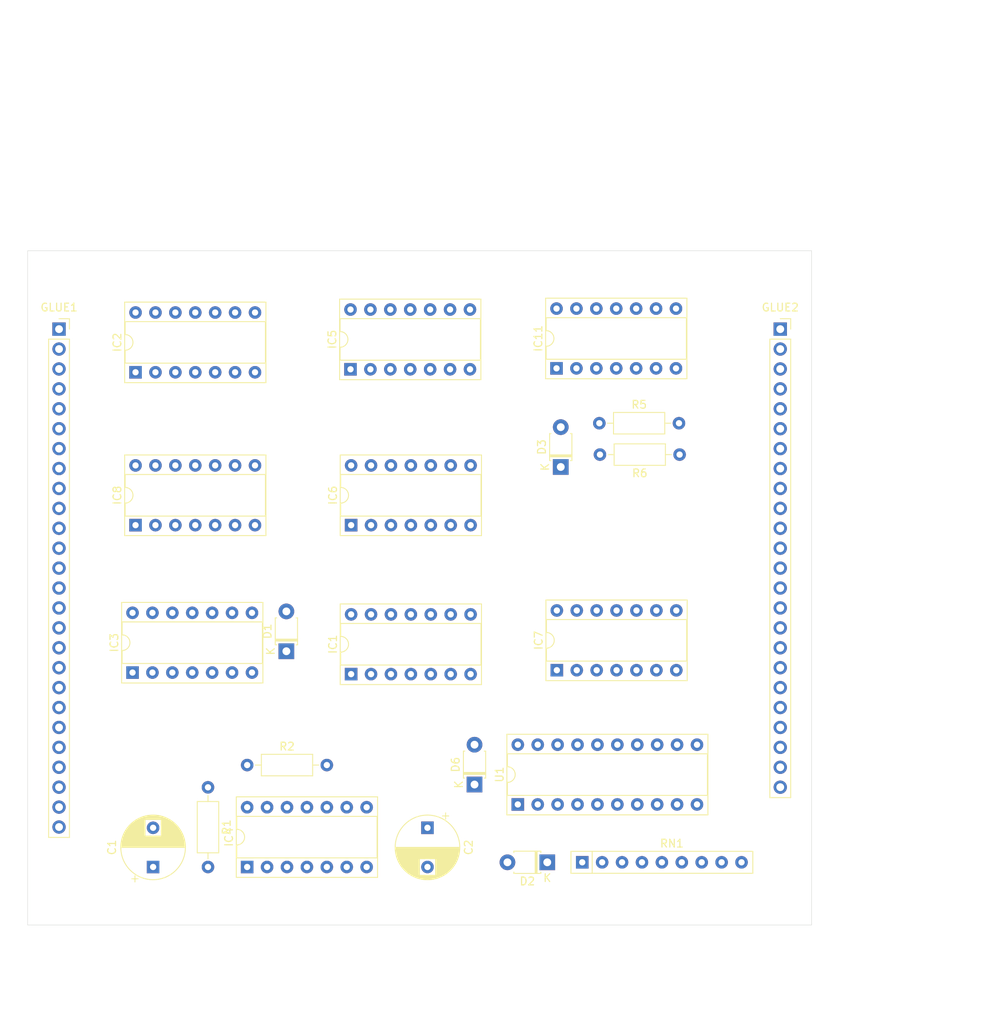
<source format=kicad_pcb>
(kicad_pcb (version 20221018) (generator pcbnew)
  (layers (0 "F.Cu" signal) (31 "B.Cu" signal) (34 "B.Paste" user) (35 "F.Paste" user) (36 "B.SilkS" user "B.Silkscreen") (37 "F.SilkS" user "F.Silkscreen") (38 "B.Mask" user) (39 "F.Mask" user) (44 "Edge.Cuts" user))
  (net 0 "")
  (net 1 "Net-(C1-Pad1)")
  (net 2 "GND")
  (net 3 "/ESP_WAIT_RESET")
  (net 4 "Net-(D1-K)")
  (net 5 "/Z80_CONTROL.WAIT")
  (net 6 "Net-(D6-K)")
  (net 7 "+5V")
  (net 8 "/Z80_CONTROL.BUSRQ")
  (net 9 "/GLUE_ZXspectrum/Z80 BUS CONTROL/Z80_ADD_CONNECT")
  (net 10 "/GLUE_ZXspectrum/Z80 BUS CONTROL/Z80_DATA_CONNECT")
  (net 11 "/ESP_HARDLOCK")
  (net 12 "/!ESP_HARDLOCK")
  (net 13 "/Z80_HARDLOCK_SET")
  (net 14 "Net-(IC1-Pad4)")
  (net 15 "/Z80_HARDLOCK_RESET")
  (net 16 "Net-(IC1-Pad6)")
  (net 17 "Net-(IC3B-~{S})")
  (net 18 "/WAIT_IO")
  (net 19 "/GLUE_ZXspectrum/Z80 BUS CONTROL/!CACHE_DATASTATUS")
  (net 20 "/CACHE_DATASTATUS")
  (net 21 "Net-(IC1-Pad12)")
  (net 22 "Net-(IC1-Pad13)")
  (net 23 "/GLUE_ZXspectrum/PRE_Z80_HARDLOCK")
  (net 24 "/Z80_CONTROL.IORQ")
  (net 26 "/PERM_Z80_IORQ")
  (net 27 "/IORQ_FILTER_BIT")
  (net 28 "Net-(IC2-Pad13)")
  (net 29 "/Z80_CONTROL.RD")
  (net 30 "/GLUE_ZXspectrum/ESP_IOD_CONFIG")
  (net 31 "/GLUE_ZXspectrum/CLR_Z80_HARDLOCK")
  (net 34 "/Z80_HARDLOCK")
  (net 35 "/!Z80_HARDLOCK")
  (net 39 "/RIO_CONTROL.A16")
  (net 40 "/RIO_CONTROL.CE")
  (net 41 "Net-(IC4-Pad11)")
  (net 42 "/RIO_CONTROL.ROM_RDY")
  (net 43 "/Z80_CONTROL.WR")
  (net 44 "/GLUE_ZXspectrum/RIO CONTROL/Z80_WR+ESP_IOD_CONFIG")
  (net 45 "/CACHE_CONTROL.DATASTATUS+PERM_Z80_IORQ")
  (net 46 "/ESP_CONTROL.ROMCS")
  (net 47 "/Z80_CONTROL.MEMRQ")
  (net 48 "/GLUE_ZXspectrum/RIO CONTROL/ROM_WR_PROTECT+Z80_WR")
  (net 49 "/ESP_ROM_WR_PROTECT")
  (net 50 "/GLUE_ZXspectrum/RIO CONTROL/Z80_RD+ESP_IOD_CONFIG+PERM_Z80_IORQ")
  (net 51 "/ESP_CONTROL.MEMRQ")
  (net 52 "/ESP_CONTROL.IORQ")
  (net 55 "Net-(IC11-Pad9)")
  (net 56 "/Z80_BUS_CONTROL.Z80_ADD_DIR")
  (net 57 "/ESP_CONTROL.BUSRQ")
  (net 58 "/Z80_BUS_CONTROL.Z80_DATA_OE")
  (net 59 "/LOCAL_CONTROL.IORQ")
  (net 60 "/CACHE_CONTROL.A16")
  (net 61 "/LOCAL_CONTROL.WR")
  (net 62 "/CACHE_CONTROL.WE")
  (net 63 "/CACHE_CONTROL.OE")
  (net 64 "/LOCAL_CONTROL.RD")
  (net 65 "/CACHE_CONTROL.CS")
  (net 66 "/LOCAL_CONTROL.MEMRQ")
  (net 67 "/Z80_BUS_CONTROL.Z80_ADD_OE")
  (net 68 "Net-(IC5-Pad11)")
  (net 69 "Net-(IC11-Pad1)")
  (net 70 "/ESP_CONTROL.WR")
  (net 71 "/Z80_BUS_CONTROL.Z80_DATA_DIR")
  (net 72 "/RIO_CONTROL.OE")
  (net 73 "/RIO_CONTROL.WE")
  (net 74 "/RIO_CONTROL.A15")
  (net 75 "/RIO_CONTROL.A14")
  (net 80 "/Z80_A15")
  (net 81 "/Z80_A14")
  (net 82 "/ESP_ROMSEL_0")
  (net 83 "/ESP_ROMSEL_1")
  (net 84 "Net-(IC11-Pad10)")
  (footprint "Diode_THT:D_T-1_P5.08mm_Horizontal" (layer "F.Cu") (at 172.28 136 180)
    (fp_text reference "D2" (at 2.54 -2.42) (layer "F.SilkS"))
    (fp_text value "1N4148")
    (fp_text user "K" (at 0 -2) (layer "F.SilkS"))
    (pad "1" thru_hole rect (at 0 0 180) (size 2 2) (drill 1) (layers "*.Cu" "*.Mask") (net 8 "/Z80_CONTROL.BUSRQ"))
    (pad "2" thru_hole oval (at 5.08 0 180) (size 2 2) (drill 1) (layers "*.Cu" "*.Mask") (net 9 "/GLUE_ZXspectrum/Z80 BUS CONTROL/Z80_ADD_CONNECT"))
  )
  (footprint "Connector_PinSocket_2.54mm:PinSocket_1x26_P2.54mm_Vertical" (layer "F.Cu") (at 110 68)
    (fp_text reference "GLUE1" (at 0 -2.77) (layer "F.SilkS"))
    (fp_text value "Conn_01x26_Socket")
    (pad "1" thru_hole rect (at 0 0) (size 1.7 1.7) (drill 1) (layers "*.Cu" "*.Mask") (net 7 "+5V"))
    (pad "2" thru_hole oval (at 0 2.54) (size 1.7 1.7) (drill 1) (layers "*.Cu" "*.Mask") (net 29 "/Z80_CONTROL.RD"))
    (pad "3" thru_hole oval (at 0 5.08) (size 1.7 1.7) (drill 1) (layers "*.Cu" "*.Mask") (net 43 "/Z80_CONTROL.WR"))
    (pad "4" thru_hole oval (at 0 7.62) (size 1.7 1.7) (drill 1) (layers "*.Cu" "*.Mask") (net 24 "/Z80_CONTROL.IORQ"))
    (pad "5" thru_hole oval (at 0 10.16) (size 1.7 1.7) (drill 1) (layers "*.Cu" "*.Mask") (net 47 "/Z80_CONTROL.MEMRQ"))
    (pad "6" thru_hole oval (at 0 12.7) (size 1.7 1.7) (drill 1) (layers "*.Cu" "*.Mask") (net 8 "/Z80_CONTROL.BUSRQ"))
    (pad "7" thru_hole oval (at 0 15.24) (size 1.7 1.7) (drill 1) (layers "*.Cu" "*.Mask") (net 5 "/Z80_CONTROL.WAIT"))
    (pad "8" thru_hole oval (at 0 17.78) (size 1.7 1.7) (drill 1) (layers "*.Cu" "*.Mask") (net 64 "/LOCAL_CONTROL.RD"))
    (pad "9" thru_hole oval (at 0 20.32) (size 1.7 1.7) (drill 1) (layers "*.Cu" "*.Mask") (net 61 "/LOCAL_CONTROL.WR"))
    (pad "10" thru_hole oval (at 0 22.86) (size 1.7 1.7) (drill 1) (layers "*.Cu" "*.Mask") (net 59 "/LOCAL_CONTROL.IORQ"))
    (pad "11" thru_hole oval (at 0 25.4) (size 1.7 1.7) (drill 1) (layers "*.Cu" "*.Mask") (net 66 "/LOCAL_CONTROL.MEMRQ"))
    (pad "12" thru_hole oval (at 0 27.94) (size 1.7 1.7) (drill 1) (layers "*.Cu" "*.Mask") (net 70 "/ESP_CONTROL.WR"))
    (pad "13" thru_hole oval (at 0 30.48) (size 1.7 1.7) (drill 1) (layers "*.Cu" "*.Mask") (net 52 "/ESP_CONTROL.IORQ"))
    (pad "14" thru_hole oval (at 0 33.02) (size 1.7 1.7) (drill 1) (layers "*.Cu" "*.Mask") (net 51 "/ESP_CONTROL.MEMRQ"))
    (pad "15" thru_hole oval (at 0 35.56) (size 1.7 1.7) (drill 1) (layers "*.Cu" "*.Mask") (net 57 "/ESP_CONTROL.BUSRQ"))
    (pad "16" thru_hole oval (at 0 38.1) (size 1.7 1.7) (drill 1) (layers "*.Cu" "*.Mask") (net 46 "/ESP_CONTROL.ROMCS"))
    (pad "17" thru_hole oval (at 0 40.64) (size 1.7 1.7) (drill 1) (layers "*.Cu" "*.Mask") (net 49 "/ESP_ROM_WR_PROTECT"))
    (pad "18" thru_hole oval (at 0 43.18) (size 1.7 1.7) (drill 1) (layers "*.Cu" "*.Mask") (net 82 "/ESP_ROMSEL_0"))
    (pad "19" thru_hole oval (at 0 45.72) (size 1.7 1.7) (drill 1) (layers "*.Cu" "*.Mask") (net 83 "/ESP_ROMSEL_1"))
    (pad "20" thru_hole oval (at 0 48.26) (size 1.7 1.7) (drill 1) (layers "*.Cu" "*.Mask") (net 11 "/ESP_HARDLOCK"))
    (pad "21" thru_hole oval (at 0 50.8) (size 1.7 1.7) (drill 1) (layers "*.Cu" "*.Mask") (net 12 "/!ESP_HARDLOCK"))
    (pad "22" thru_hole oval (at 0 53.34) (size 1.7 1.7) (drill 1) (layers "*.Cu" "*.Mask") (net 34 "/Z80_HARDLOCK"))
    (pad "23" thru_hole oval (at 0 55.88) (size 1.7 1.7) (drill 1) (layers "*.Cu" "*.Mask") (net 35 "/!Z80_HARDLOCK"))
    (pad "24" thru_hole oval (at 0 58.42) (size 1.7 1.7) (drill 1) (layers "*.Cu" "*.Mask") (net 26 "/PERM_Z80_IORQ"))
    (pad "25" thru_hole oval (at 0 60.96) (size 1.7 1.7) (drill 1) (layers "*.Cu" "*.Mask"))
    (pad "26" thru_hole oval (at 0 63.5) (size 1.7 1.7) (drill 1) (layers "*.Cu" "*.Mask") (net 2 "GND"))
  )
  (footprint "Resistor_THT:R_Axial_DIN0207_L6.3mm_D2.5mm_P10.16mm_Horizontal" (layer "F.Cu") (at 129 126.4373 -90)
    (fp_text reference "R1" (at 5.08 -2.37 90) (layer "F.SilkS"))
    (fp_text value "22K")
    (pad "1" thru_hole circle (at 0 0 270) (size 1.6 1.6) (drill 0.8) (layers "*.Cu" "*.Mask") (net 7 "+5V"))
    (pad "2" thru_hole oval (at 10.16 0 270) (size 1.6 1.6) (drill 0.8) (layers "*.Cu" "*.Mask") (net 1 "Net-(C1-Pad1)"))
  )
  (footprint "Package_DIP:DIP-14_W7.62mm_Socket" (layer "F.Cu") (at 147.18 73.12 90)
    (fp_text reference "IC5" (at 3.81 -2.33 90) (layer "F.SilkS"))
    (fp_text value "74HC32N")
    (pad "1" thru_hole rect (at 0 0 90) (size 1.6 1.6) (drill 0.8) (layers "*.Cu" "*.Mask") (net 30 "/GLUE_ZXspectrum/ESP_IOD_CONFIG"))
    (pad "2" thru_hole oval (at 0 2.54 90) (size 1.6 1.6) (drill 0.8) (layers "*.Cu" "*.Mask") (net 43 "/Z80_CONTROL.WR"))
    (pad "3" thru_hole oval (at 0 5.08 90) (size 1.6 1.6) (drill 0.8) (layers "*.Cu" "*.Mask") (net 44 "/GLUE_ZXspectrum/RIO CONTROL/Z80_WR+ESP_IOD_CONFIG"))
    (pad "4" thru_hole oval (at 0 7.62 90) (size 1.6 1.6) (drill 0.8) (layers "*.Cu" "*.Mask") (net 70 "/ESP_CONTROL.WR"))
    (pad "5" thru_hole oval (at 0 10.16 90) (size 1.6 1.6) (drill 0.8) (layers "*.Cu" "*.Mask") (net 10 "/GLUE_ZXspectrum/Z80 BUS CONTROL/Z80_DATA_CONNECT"))
    (pad "6" thru_hole oval (at 0 12.7 90) (size 1.6 1.6) (drill 0.8) (layers "*.Cu" "*.Mask") (net 55 "Net-(IC11-Pad9)"))
    (pad "7" thru_hole oval (at 0 15.24 90) (size 1.6 1.6) (drill 0.8) (layers "*.Cu" "*.Mask") (net 2 "GND"))
    (pad "8" thru_hole oval (at 7.62 15.24 90) (size 1.6 1.6) (drill 0.8) (layers "*.Cu" "*.Mask") (net 42 "/RIO_CONTROL.ROM_RDY"))
    (pad "9" thru_hole oval (at 7.62 12.7 90) (size 1.6 1.6) (drill 0.8) (layers "*.Cu" "*.Mask") (net 46 "/ESP_CONTROL.ROMCS"))
    (pad "10" thru_hole oval (at 7.62 10.16 90) (size 1.6 1.6) (drill 0.8) (layers "*.Cu" "*.Mask") (net 47 "/Z80_CONTROL.MEMRQ"))
    (pad "11" thru_hole oval (at 7.62 7.62 90) (size 1.6 1.6) (drill 0.8) (layers "*.Cu" "*.Mask") (net 68 "Net-(IC5-Pad11)"))
    (pad "12" thru_hole oval (at 7.62 5.08 90) (size 1.6 1.6) (drill 0.8) (layers "*.Cu" "*.Mask") (net 29 "/Z80_CONTROL.RD"))
    (pad "13" thru_hole oval (at 7.62 2.54 90) (size 1.6 1.6) (drill 0.8) (layers "*.Cu" "*.Mask") (net 30 "/GLUE_ZXspectrum/ESP_IOD_CONFIG"))
    (pad "14" thru_hole oval (at 7.62 0 90) (size 1.6 1.6) (drill 0.8) (layers "*.Cu" "*.Mask") (net 7 "+5V"))
  )
  (footprint "Package_DIP:DIP-14_W7.62mm_Socket" (layer "F.Cu") (at 134 136.5973 90)
    (fp_text reference "IC4" (at 3.81 -2.33 90) (layer "F.SilkS"))
    (fp_text value "74HC08N")
    (pad "1" thru_hole rect (at 0 0 90) (size 1.6 1.6) (drill 0.8) (layers "*.Cu" "*.Mask") (net 1 "Net-(C1-Pad1)"))
    (pad "2" thru_hole oval (at 0 2.54 90) (size 1.6 1.6) (drill 0.8) (layers "*.Cu" "*.Mask") (net 16 "Net-(IC1-Pad6)"))
    (pad "3" thru_hole oval (at 0 5.08 90) (size 1.6 1.6) (drill 0.8) (layers "*.Cu" "*.Mask") (net 31 "/GLUE_ZXspectrum/CLR_Z80_HARDLOCK"))
    (pad "4" thru_hole oval (at 0 7.62 90) (size 1.6 1.6) (drill 0.8) (layers "*.Cu" "*.Mask") (net 26 "/PERM_Z80_IORQ"))
    (pad "5" thru_hole oval (at 0 10.16 90) (size 1.6 1.6) (drill 0.8) (layers "*.Cu" "*.Mask") (net 30 "/GLUE_ZXspectrum/ESP_IOD_CONFIG"))
    (pad "6" thru_hole oval (at 0 12.7 90) (size 1.6 1.6) (drill 0.8) (layers "*.Cu" "*.Mask") (net 39 "/RIO_CONTROL.A16"))
    (pad "7" thru_hole oval (at 0 15.24 90) (size 1.6 1.6) (drill 0.8) (layers "*.Cu" "*.Mask") (net 2 "GND"))
    (pad "8" thru_hole oval (at 7.62 15.24 90) (size 1.6 1.6) (drill 0.8) (layers "*.Cu" "*.Mask") (net 40 "/RIO_CONTROL.CE"))
    (pad "9" thru_hole oval (at 7.62 12.7 90) (size 1.6 1.6) (drill 0.8) (layers "*.Cu" "*.Mask") (net 41 "Net-(IC4-Pad11)"))
    (pad "10" thru_hole oval (at 7.62 10.16 90) (size 1.6 1.6) (drill 0.8) (layers "*.Cu" "*.Mask") (net 39 "/RIO_CONTROL.A16"))
    (pad "11" thru_hole oval (at 7.62 7.62 90) (size 1.6 1.6) (drill 0.8) (layers "*.Cu" "*.Mask") (net 41 "Net-(IC4-Pad11)"))
    (pad "12" thru_hole oval (at 7.62 5.08 90) (size 1.6 1.6) (drill 0.8) (layers "*.Cu" "*.Mask") (net 30 "/GLUE_ZXspectrum/ESP_IOD_CONFIG"))
    (pad "13" thru_hole oval (at 7.62 2.54 90) (size 1.6 1.6) (drill 0.8) (layers "*.Cu" "*.Mask") (net 42 "/RIO_CONTROL.ROM_RDY"))
    (pad "14" thru_hole oval (at 7.62 0 90) (size 1.6 1.6) (drill 0.8) (layers "*.Cu" "*.Mask") (net 7 "+5V"))
  )
  (footprint "Diode_THT:D_T-1_P5.08mm_Horizontal" (layer "F.Cu") (at 174 85.58 90)
    (fp_text reference "D3" (at 2.54 -2.42 90) (layer "F.SilkS"))
    (fp_text value "1N4148")
    (fp_text user "K" (at 0 -2 90) (layer "F.SilkS"))
    (pad "1" thru_hole rect (at 0 0 90) (size 2 2) (drill 1) (layers "*.Cu" "*.Mask") (net 8 "/Z80_CONTROL.BUSRQ"))
    (pad "2" thru_hole oval (at 5.08 0 90) (size 2 2) (drill 1) (layers "*.Cu" "*.Mask") (net 10 "/GLUE_ZXspectrum/Z80 BUS CONTROL/Z80_DATA_CONNECT"))
  )
  (footprint "Package_DIP:DIP-14_W7.62mm_Socket" (layer "F.Cu") (at 119.76 93 90)
    (fp_text reference "IC8" (at 3.81 -2.33 90) (layer "F.SilkS"))
    (fp_text value "74HC08N")
    (pad "1" thru_hole rect (at 0 0 90) (size 1.6 1.6) (drill 0.8) (layers "*.Cu" "*.Mask") (net 20 "/CACHE_DATASTATUS"))
    (pad "2" thru_hole oval (at 0 2.54 90) (size 1.6 1.6) (drill 0.8) (layers "*.Cu" "*.Mask") (net 59 "/LOCAL_CONTROL.IORQ"))
    (pad "3" thru_hole oval (at 0 5.08 90) (size 1.6 1.6) (drill 0.8) (layers "*.Cu" "*.Mask") (net 60 "/CACHE_CONTROL.A16"))
    (pad "4" thru_hole oval (at 0 7.62 90) (size 1.6 1.6) (drill 0.8) (layers "*.Cu" "*.Mask") (net 43 "/Z80_CONTROL.WR"))
    (pad "5" thru_hole oval (at 0 10.16 90) (size 1.6 1.6) (drill 0.8) (layers "*.Cu" "*.Mask") (net 61 "/LOCAL_CONTROL.WR"))
    (pad "6" thru_hole oval (at 0 12.7 90) (size 1.6 1.6) (drill 0.8) (layers "*.Cu" "*.Mask") (net 62 "/CACHE_CONTROL.WE"))
    (pad "7" thru_hole oval (at 0 15.24 90) (size 1.6 1.6) (drill 0.8) (layers "*.Cu" "*.Mask") (net 7 "+5V"))
    (pad "8" thru_hole oval (at 7.62 15.24 90) (size 1.6 1.6) (drill 0.8) (layers "*.Cu" "*.Mask") (net 63 "/CACHE_CONTROL.OE"))
    (pad "9" thru_hole oval (at 7.62 12.7 90) (size 1.6 1.6) (drill 0.8) (layers "*.Cu" "*.Mask") (net 29 "/Z80_CONTROL.RD"))
    (pad "10" thru_hole oval (at 7.62 10.16 90) (size 1.6 1.6) (drill 0.8) (layers "*.Cu" "*.Mask") (net 64 "/LOCAL_CONTROL.RD"))
    (pad "11" thru_hole oval (at 7.62 7.62 90) (size 1.6 1.6) (drill 0.8) (layers "*.Cu" "*.Mask") (net 65 "/CACHE_CONTROL.CS"))
    (pad "12" thru_hole oval (at 7.62 5.08 90) (size 1.6 1.6) (drill 0.8) (layers "*.Cu" "*.Mask") (net 26 "/PERM_Z80_IORQ"))
    (pad "13" thru_hole oval (at 7.62 2.54 90) (size 1.6 1.6) (drill 0.8) (layers "*.Cu" "*.Mask") (net 66 "/LOCAL_CONTROL.MEMRQ"))
    (pad "14" thru_hole oval (at 7.62 0 90) (size 1.6 1.6) (drill 0.8) (layers "*.Cu" "*.Mask") (net 2 "GND"))
  )
  (footprint "Capacitor_THT:CP_Radial_D8.0mm_P5.00mm" (layer "F.Cu") (at 122 136.5973 90)
    (fp_text reference "C1" (at 2.5 -5.25 90) (layer "F.SilkS"))
    (fp_text value "10UF")
    (pad "1" thru_hole rect (at 0 0 90) (size 1.6 1.6) (drill 0.8) (layers "*.Cu" "*.Mask") (net 1 "Net-(C1-Pad1)"))
    (pad "2" thru_hole circle (at 5 0 90) (size 1.6 1.6) (drill 0.8) (layers "*.Cu" "*.Mask") (net 2 "GND"))
  )
  (footprint "Package_DIP:DIP-14_W7.62mm_Socket" (layer "F.Cu") (at 147.26 112 90)
    (fp_text reference "IC1" (at 3.81 -2.33 90) (layer "F.SilkS"))
    (fp_text value "7404N")
    (pad "1" thru_hole rect (at 0 0 90) (size 1.6 1.6) (drill 0.8) (layers "*.Cu" "*.Mask") (net 11 "/ESP_HARDLOCK"))
    (pad "2" thru_hole oval (at 0 2.54 90) (size 1.6 1.6) (drill 0.8) (layers "*.Cu" "*.Mask") (net 12 "/!ESP_HARDLOCK"))
    (pad "3" thru_hole oval (at 0 5.08 90) (size 1.6 1.6) (drill 0.8) (layers "*.Cu" "*.Mask") (net 13 "/Z80_HARDLOCK_SET"))
    (pad "4" thru_hole oval (at 0 7.62 90) (size 1.6 1.6) (drill 0.8) (layers "*.Cu" "*.Mask") (net 14 "Net-(IC1-Pad4)"))
    (pad "5" thru_hole oval (at 0 10.16 90) (size 1.6 1.6) (drill 0.8) (layers "*.Cu" "*.Mask") (net 15 "/Z80_HARDLOCK_RESET"))
    (pad "6" thru_hole oval (at 0 12.7 90) (size 1.6 1.6) (drill 0.8) (layers "*.Cu" "*.Mask") (net 16 "Net-(IC1-Pad6)"))
    (pad "7" thru_hole oval (at 0 15.24 90) (size 1.6 1.6) (drill 0.8) (layers "*.Cu" "*.Mask") (net 2 "GND"))
    (pad "8" thru_hole oval (at 7.62 15.24 90) (size 1.6 1.6) (drill 0.8) (layers "*.Cu" "*.Mask") (net 17 "Net-(IC3B-~{S})"))
    (pad "9" thru_hole oval (at 7.62 12.7 90) (size 1.6 1.6) (drill 0.8) (layers "*.Cu" "*.Mask") (net 18 "/WAIT_IO"))
    (pad "10" thru_hole oval (at 7.62 10.16 90) (size 1.6 1.6) (drill 0.8) (layers "*.Cu" "*.Mask") (net 19 "/GLUE_ZXspectrum/Z80 BUS CONTROL/!CACHE_DATASTATUS"))
    (pad "11" thru_hole oval (at 7.62 7.62 90) (size 1.6 1.6) (drill 0.8) (layers "*.Cu" "*.Mask") (net 20 "/CACHE_DATASTATUS"))
    (pad "12" thru_hole oval (at 7.62 5.08 90) (size 1.6 1.6) (drill 0.8) (layers "*.Cu" "*.Mask") (net 21 "Net-(IC1-Pad12)"))
    (pad "13" thru_hole oval (at 7.62 2.54 90) (size 1.6 1.6) (drill 0.8) (layers "*.Cu" "*.Mask") (net 22 "Net-(IC1-Pad13)"))
    (pad "14" thru_hole oval (at 7.62 0 90) (size 1.6 1.6) (drill 0.8) (layers "*.Cu" "*.Mask") (net 7 "+5V"))
  )
  (footprint "Resistor_THT:R_Array_SIP9" (layer "F.Cu") (at 176.74 136)
    (fp_text reference "RN1" (at 11.43 -2.4) (layer "F.SilkS"))
    (fp_text value "4609M-101-103LF")
    (pad "1" thru_hole rect (at 0 0) (size 1.6 1.6) (drill 0.8) (layers "*.Cu" "*.Mask") (net 6 "Net-(D6-K)"))
    (pad "2" thru_hole oval (at 2.54 0) (size 1.6 1.6) (drill 0.8) (layers "*.Cu" "*.Mask") (net 75 "/RIO_CONTROL.A14"))
    (pad "3" thru_hole oval (at 5.08 0) (size 1.6 1.6) (drill 0.8) (layers "*.Cu" "*.Mask") (net 74 "/RIO_CONTROL.A15"))
    (pad "4" thru_hole oval (at 7.62 0) (size 1.6 1.6) (drill 0.8) (layers "*.Cu" "*.Mask") (net 73 "/RIO_CONTROL.WE"))
    (pad "5" thru_hole oval (at 10.16 0) (size 1.6 1.6) (drill 0.8) (layers "*.Cu" "*.Mask") (net 72 "/RIO_CONTROL.OE"))
    (pad "6" thru_hole oval (at 12.7 0) (size 1.6 1.6) (drill 0.8) (layers "*.Cu" "*.Mask"))
    (pad "7" thru_hole oval (at 15.24 0) (size 1.6 1.6) (drill 0.8) (layers "*.Cu" "*.Mask"))
    (pad "8" thru_hole oval (at 17.78 0) (size 1.6 1.6) (drill 0.8) (layers "*.Cu" "*.Mask"))
    (pad "9" thru_hole oval (at 20.32 0) (size 1.6 1.6) (drill 0.8) (layers "*.Cu" "*.Mask"))
  )
  (footprint "Diode_THT:D_T-1_P5.08mm_Horizontal" (layer "F.Cu") (at 163 126.08 90)
    (fp_text reference "D6" (at 2.54 -2.42 90) (layer "F.SilkS"))
    (fp_text value "1N4148")
    (fp_text user "K" (at 0 -2 90) (layer "F.SilkS"))
    (pad "1" thru_hole rect (at 0 0 90) (size 2 2) (drill 1) (layers "*.Cu" "*.Mask") (net 6 "Net-(D6-K)"))
    (pad "2" thru_hole oval (at 5.08 0 90) (size 2 2) (drill 1) (layers "*.Cu" "*.Mask") (net 7 "+5V"))
  )
  (footprint "Connector_PinSocket_2.54mm:PinSocket_1x24_P2.54mm_Vertical" (layer "F.Cu") (at 202 68)
    (fp_text reference "GLUE2" (at 0 -2.77) (layer "F.SilkS"))
    (fp_text value "Conn_01x24_Socket")
    (pad "1" thru_hole rect (at 0 0) (size 1.7 1.7) (drill 1) (layers "*.Cu" "*.Mask") (net 27 "/IORQ_FILTER_BIT"))
    (pad "2" thru_hole oval (at 0 2.54) (size 1.7 1.7) (drill 1) (layers "*.Cu" "*.Mask") (net 15 "/Z80_HARDLOCK_RESET"))
    (pad "3" thru_hole oval (at 0 5.08) (size 1.7 1.7) (drill 1) (layers "*.Cu" "*.Mask") (net 13 "/Z80_HARDLOCK_SET"))
    (pad "4" thru_hole oval (at 0 7.62) (size 1.7 1.7) (drill 1) (layers "*.Cu" "*.Mask") (net 18 "/WAIT_IO"))
    (pad "5" thru_hole oval (at 0 10.16) (size 1.7 1.7) (drill 1) (layers "*.Cu" "*.Mask") (net 20 "/CACHE_DATASTATUS"))
    (pad "6" thru_hole oval (at 0 12.7) (size 1.7 1.7) (drill 1) (layers "*.Cu" "*.Mask") (net 3 "/ESP_WAIT_RESET"))
    (pad "7" thru_hole oval (at 0 15.24) (size 1.7 1.7) (drill 1) (layers "*.Cu" "*.Mask") (net 80 "/Z80_A15"))
    (pad "8" thru_hole oval (at 0 17.78) (size 1.7 1.7) (drill 1) (layers "*.Cu" "*.Mask") (net 81 "/Z80_A14"))
    (pad "9" thru_hole oval (at 0 20.32) (size 1.7 1.7) (drill 1) (layers "*.Cu" "*.Mask") (net 67 "/Z80_BUS_CONTROL.Z80_ADD_OE"))
    (pad "10" thru_hole oval (at 0 22.86) (size 1.7 1.7) (drill 1) (layers "*.Cu" "*.Mask") (net 56 "/Z80_BUS_CONTROL.Z80_ADD_DIR"))
    (pad "11" thru_hole oval (at 0 25.4) (size 1.7 1.7) (drill 1) (layers "*.Cu" "*.Mask") (net 71 "/Z80_BUS_CONTROL.Z80_DATA_DIR"))
    (pad "12" thru_hole oval (at 0 27.94) (size 1.7 1.7) (drill 1) (layers "*.Cu" "*.Mask") (net 58 "/Z80_BUS_CONTROL.Z80_DATA_OE"))
    (pad "13" thru_hole oval (at 0 30.48) (size 1.7 1.7) (drill 1) (layers "*.Cu" "*.Mask") (net 45 "/CACHE_CONTROL.DATASTATUS+PERM_Z80_IORQ"))
    (pad "14" thru_hole oval (at 0 33.02) (size 1.7 1.7) (drill 1) (layers "*.Cu" "*.Mask") (net 60 "/CACHE_CONTROL.A16"))
    (pad "15" thru_hole oval (at 0 35.56) (size 1.7 1.7) (drill 1) (layers "*.Cu" "*.Mask") (net 62 "/CACHE_CONTROL.WE"))
    (pad "16" thru_hole oval (at 0 38.1) (size 1.7 1.7) (drill 1) (layers "*.Cu" "*.Mask") (net 63 "/CACHE_CONTROL.OE"))
    (pad "17" thru_hole oval (at 0 40.64) (size 1.7 1.7) (drill 1) (layers "*.Cu" "*.Mask") (net 65 "/CACHE_CONTROL.CS"))
    (pad "18" thru_hole oval (at 0 43.18) (size 1.7 1.7) (drill 1) (layers "*.Cu" "*.Mask") (net 39 "/RIO_CONTROL.A16"))
    (pad "19" thru_hole oval (at 0 45.72) (size 1.7 1.7) (drill 1) (layers "*.Cu" "*.Mask") (net 74 "/RIO_CONTROL.A15"))
    (pad "20" thru_hole oval (at 0 48.26) (size 1.7 1.7) (drill 1) (layers "*.Cu" "*.Mask") (net 75 "/RIO_CONTROL.A14"))
    (pad "21" thru_hole oval (at 0 50.8) (size 1.7 1.7) (drill 1) (layers "*.Cu" "*.Mask") (net 73 "/RIO_CONTROL.WE"))
    (pad "22" thru_hole oval (at 0 53.34) (size 1.7 1.7) (drill 1) (layers "*.Cu" "*.Mask") (net 72 "/RIO_CONTROL.OE"))
    (pad "23" thru_hole oval (at 0 55.88) (size 1.7 1.7) (drill 1) (layers "*.Cu" "*.Mask") (net 40 "/RIO_CONTROL.CE"))
    (pad "24" thru_hole oval (at 0 58.42) (size 1.7 1.7) (drill 1) (layers "*.Cu" "*.Mask") (net 42 "/RIO_CONTROL.ROM_RDY"))
  )
  (footprint "Capacitor_THT:CP_Radial_D8.0mm_P5.00mm" (layer "F.Cu") (at 157 131.5973 -90)
    (fp_text reference "C2" (at 2.5 -5.25 90) (layer "F.SilkS"))
    (fp_text value "10UF")
    (pad "1" thru_hole rect (at 0 0 270) (size 1.6 1.6) (drill 0.8) (layers "*.Cu" "*.Mask") (net 3 "/ESP_WAIT_RESET"))
    (pad "2" thru_hole circle (at 5 0 270) (size 1.6 1.6) (drill 0.8) (layers "*.Cu" "*.Mask") (net 2 "GND"))
  )
  (footprint "Package_DIP:DIP-14_W7.62mm_Socket" (layer "F.Cu") (at 173.46 73 90)
    (fp_text reference "IC11" (at 3.81 -2.33 90) (layer "F.SilkS"))
    (fp_text value "74HC08N")
    (pad "1" thru_hole rect (at 0 0 90) (size 1.6 1.6) (drill 0.8) (layers "*.Cu" "*.Mask") (net 69 "Net-(IC11-Pad1)"))
    (pad "2" thru_hole oval (at 0 2.54 90) (size 1.6 1.6) (drill 0.8) (layers "*.Cu" "*.Mask") (net 9 "/GLUE_ZXspectrum/Z80 BUS CONTROL/Z80_ADD_CONNECT"))
    (pad "3" thru_hole oval (at 0 5.08 90) (size 1.6 1.6) (drill 0.8) (layers "*.Cu" "*.Mask") (net 67 "/Z80_BUS_CONTROL.Z80_ADD_OE"))
    (pad "4" thru_hole oval (at 0 7.62 90) (size 1.6 1.6) (drill 0.8) (layers "*.Cu" "*.Mask") (net 51 "/ESP_CONTROL.MEMRQ"))
    (pad "5" thru_hole oval (at 0 10.16 90) (size 1.6 1.6) (drill 0.8) (layers "*.Cu" "*.Mask") (net 30 "/GLUE_ZXspectrum/ESP_IOD_CONFIG"))
    (pad "6" thru_hole oval (at 0 12.7 90) (size 1.6 1.6) (drill 0.8) (layers "*.Cu" "*.Mask") (net 56 "/Z80_BUS_CONTROL.Z80_ADD_DIR"))
    (pad "7" thru_hole oval (at 0 15.24 90) (size 1.6 1.6) (drill 0.8) (layers "*.Cu" "*.Mask") (net 7 "+5V"))
    (pad "8" thru_hole oval (at 7.62 15.24 90) (size 1.6 1.6) (drill 0.8) (layers "*.Cu" "*.Mask") (net 71 "/Z80_BUS_CONTROL.Z80_DATA_DIR"))
    (pad "9" thru_hole oval (at 7.62 12.7 90) (size 1.6 1.6) (drill 0.8) (layers "*.Cu" "*.Mask") (net 55 "Net-(IC11-Pad9)"))
    (pad "10" thru_hole oval (at 7.62 10.16 90) (size 1.6 1.6) (drill 0.8) (layers "*.Cu" "*.Mask") (net 84 "Net-(IC11-Pad10)"))
    (pad "11" thru_hole oval (at 7.62 7.62 90) (size 1.6 1.6) (drill 0.8) (layers "*.Cu" "*.Mask") (net 58 "/Z80_BUS_CONTROL.Z80_DATA_OE"))
    (pad "12" thru_hole oval (at 7.62 5.08 90) (size 1.6 1.6) (drill 0.8) (layers "*.Cu" "*.Mask") (net 26 "/PERM_Z80_IORQ"))
    (pad "13" thru_hole oval (at 7.62 2.54 90) (size 1.6 1.6) (drill 0.8) (layers "*.Cu" "*.Mask") (net 10 "/GLUE_ZXspectrum/Z80 BUS CONTROL/Z80_DATA_CONNECT"))
    (pad "14" thru_hole oval (at 7.62 0 90) (size 1.6 1.6) (drill 0.8) (layers "*.Cu" "*.Mask") (net 2 "GND"))
  )
  (footprint "Resistor_THT:R_Axial_DIN0207_L6.3mm_D2.5mm_P10.16mm_Horizontal" (layer "F.Cu") (at 134 123.5973)
    (fp_text reference "R2" (at 5.08 -2.37) (layer "F.SilkS"))
    (fp_text value "22K")
    (pad "1" thru_hole circle (at 0 0) (size 1.6 1.6) (drill 0.8) (layers "*.Cu" "*.Mask") (net 7 "+5V"))
    (pad "2" thru_hole oval (at 10.16 0) (size 1.6 1.6) (drill 0.8) (layers "*.Cu" "*.Mask") (net 3 "/ESP_WAIT_RESET"))
  )
  (footprint "Package_DIP:DIP-20_W7.62mm_Socket" (layer "F.Cu") (at 168.52 128.62 90)
    (fp_text reference "U1" (at 3.81 -2.33 90) (layer "F.SilkS"))
    (fp_text value "74HC244N")
    (pad "1" thru_hole rect (at 0 0 90) (size 1.6 1.6) (drill 0.8) (layers "*.Cu" "*.Mask") (net 39 "/RIO_CONTROL.A16"))
    (pad "2" thru_hole oval (at 0 2.54 90) (size 1.6 1.6) (drill 0.8) (layers "*.Cu" "*.Mask") (net 80 "/Z80_A15"))
    (pad "3" thru_hole oval (at 0 5.08 90) (size 1.6 1.6) (drill 0.8) (layers "*.Cu" "*.Mask") (net 75 "/RIO_CONTROL.A14"))
    (pad "4" thru_hole oval (at 0 7.62 90) (size 1.6 1.6) (drill 0.8) (layers "*.Cu" "*.Mask") (net 81 "/Z80_A14"))
    (pad "5" thru_hole oval (at 0 10.16 90) (size 1.6 1.6) (drill 0.8) (layers "*.Cu" "*.Mask") (net 74 "/RIO_CONTROL.A15"))
    (pad "6" thru_hole oval (at 0 12.7 90) (size 1.6 1.6) (drill 0.8) (layers "*.Cu" "*.Mask") (net 44 "/GLUE_ZXspectrum/RIO CONTROL/Z80_WR+ESP_IOD_CONFIG"))
    (pad "7" thru_hole oval (at 0 15.24 90) (size 1.6 1.6) (drill 0.8) (layers "*.Cu" "*.Mask") (net 73 "/RIO_CONTROL.WE"))
    (pad "8" thru_hole oval (at 0 17.78 90) (size 1.6 1.6) (drill 0.8) (layers "*.Cu" "*.Mask") (net 50 "/GLUE_ZXspectrum/RIO CONTROL/Z80_RD+ESP_IOD_CONFIG+PERM_Z80_IORQ"))
    (pad "9" thru_hole oval (at 0 20.32 90) (size 1.6 1.6) (drill 0.8) (layers "*.Cu" "*.Mask") (net 72 "/RIO_CONTROL.OE"))
    (pad "10" thru_hole oval (at 0 22.86 90) (size 1.6 1.6) (drill 0.8) (layers "*.Cu" "*.Mask") (net 2 "GND"))
    (pad "11" thru_hole oval (at 7.62 22.86 90) (size 1.6 1.6) (drill 0.8) (layers "*.Cu" "*.Mask") (net 29 "/Z80_CONTROL.RD"))
    (pad "12" thru_hole oval (at 7.62 20.32 90) (size 1.6 1.6) (drill 0.8) (layers "*.Cu" "*.Mask") (net 72 "/RIO_CONTROL.OE"))
    (pad "13" thru_hole oval (at 7.62 17.78 90) (size 1.6 1.6) (drill 0.8) (layers "*.Cu" "*.Mask") (net 48 "/GLUE_ZXspectrum/RIO CONTROL/ROM_WR_PROTECT+Z80_WR"))
    (pad "14" thru_hole oval (at 7.62 15.24 90) (size 1.6 1.6) (drill 0.8) (layers "*.Cu" "*.Mask") (net 73 "/RIO_CONTROL.WE"))
    (pad "15" thru_hole oval (at 7.62 12.7 90) (size 1.6 1.6) (drill 0.8) (layers "*.Cu" "*.Mask") (net 82 "/ESP_ROMSEL_0"))
    (pad "16" thru_hole oval (at 7.62 10.16 90) (size 1.6 1.6) (drill 0.8) (layers "*.Cu" "*.Mask") (net 74 "/RIO_CONTROL.A15"))
    (pad "17" thru_hole oval (at 7.62 7.62 90) (size 1.6 1.6) (drill 0.8) (layers "*.Cu" "*.Mask") (net 83 "/ESP_ROMSEL_1"))
    (pad "18" thru_hole oval (at 7.62 5.08 90) (size 1.6 1.6) (drill 0.8) (layers "*.Cu" "*.Mask") (net 75 "/RIO_CONTROL.A14"))
    (pad "19" thru_hole oval (at 7.62 2.54 90) (size 1.6 1.6) (drill 0.8) (layers "*.Cu" "*.Mask") (net 42 "/RIO_CONTROL.ROM_RDY"))
    (pad "20" thru_hole oval (at 7.62 0 90) (size 1.6 1.6) (drill 0.8) (layers "*.Cu" "*.Mask") (net 7 "+5V"))
  )
  (footprint "Package_DIP:DIP-14_W7.62mm_Socket" (layer "F.Cu") (at 119.76 73.5 90)
    (fp_text reference "IC2" (at 3.81 -2.33 90) (layer "F.SilkS"))
    (fp_text value "74HC32N")
    (pad "1" thru_hole rect (at 0 0 90) (size 1.6 1.6) (drill 0.8) (layers "*.Cu" "*.Mask") (net 14 "Net-(IC1-Pad4)"))
    (pad "2" thru_hole oval (at 0 2.54 90) (size 1.6 1.6) (drill 0.8) (layers "*.Cu" "*.Mask") (net 11 "/ESP_HARDLOCK"))
    (pad "3" thru_hole oval (at 0 5.08 90) (size 1.6 1.6) (drill 0.8) (layers "*.Cu" "*.Mask") (net 23 "/GLUE_ZXspectrum/PRE_Z80_HARDLOCK"))
    (pad "4" thru_hole oval (at 0 7.62 90) (size 1.6 1.6) (drill 0.8) (layers "*.Cu" "*.Mask") (net 26 "/PERM_Z80_IORQ"))
    (pad "5" thru_hole oval (at 0 10.16 90) (size 1.6 1.6) (drill 0.8) (layers "*.Cu" "*.Mask") (net 20 "/CACHE_DATASTATUS"))
    (pad "6" thru_hole oval (at 0 12.7 90) (size 1.6 1.6) (drill 0.8) (layers "*.Cu" "*.Mask") (net 45 "/CACHE_CONTROL.DATASTATUS+PERM_Z80_IORQ"))
    (pad "7" thru_hole oval (at 0 15.24 90) (size 1.6 1.6) (drill 0.8) (layers "*.Cu" "*.Mask") (net 2 "GND"))
    (pad "8" thru_hole oval (at 7.62 15.24 90) (size 1.6 1.6) (drill 0.8) (layers "*.Cu" "*.Mask") (net 28 "Net-(IC2-Pad13)"))
    (pad "9" thru_hole oval (at 7.62 12.7 90) (size 1.6 1.6) (drill 0.8) (layers "*.Cu" "*.Mask") (net 11 "/ESP_HARDLOCK"))
    (pad "10" thru_hole oval (at 7.62 10.16 90) (size 1.6 1.6) (drill 0.8) (layers "*.Cu" "*.Mask") (net 24 "/Z80_CONTROL.IORQ"))
    (pad "11" thru_hole oval (at 7.62 7.62 90) (size 1.6 1.6) (drill 0.8) (layers "*.Cu" "*.Mask") (net 26 "/PERM_Z80_IORQ"))
    (pad "12" thru_hole oval (at 7.62 5.08 90) (size 1.6 1.6) (drill 0.8) (layers "*.Cu" "*.Mask") (net 27 "/IORQ_FILTER_BIT"))
    (pad "13" thru_hole oval (at 7.62 2.54 90) (size 1.6 1.6) (drill 0.8) (layers "*.Cu" "*.Mask") (net 28 "Net-(IC2-Pad13)"))
    (pad "14" thru_hole oval (at 7.62 0 90) (size 1.6 1.6) (drill 0.8) (layers "*.Cu" "*.Mask") (net 7 "+5V"))
  )
  (footprint "Resistor_THT:R_Axial_DIN0207_L6.3mm_D2.5mm_P10.16mm_Horizontal" (layer "F.Cu") (at 189.16 84 180)
    (fp_text reference "R6" (at 5.08 -2.37) (layer "F.SilkS"))
    (fp_text value "10K")
    (pad "1" thru_hole circle (at 0 0 180) (size 1.6 1.6) (drill 0.8) (layers "*.Cu" "*.Mask") (net 7 "+5V"))
    (pad "2" thru_hole oval (at 10.16 0 180) (size 1.6 1.6) (drill 0.8) (layers "*.Cu" "*.Mask") (net 10 "/GLUE_ZXspectrum/Z80 BUS CONTROL/Z80_DATA_CONNECT"))
  )
  (footprint "Package_DIP:DIP-14_W7.62mm_Socket" (layer "F.Cu") (at 173.5 111.5 90)
    (fp_text reference "IC7" (at 3.81 -2.33 90) (layer "F.SilkS"))
    (fp_text value "74HC32N")
    (pad "1" thru_hole rect (at 0 0 90) (size 1.6 1.6) (drill 0.8) (layers "*.Cu" "*.Mask") (net 26 "/PERM_Z80_IORQ"))
    (pad "2" thru_hole oval (at 0 2.54 90) (size 1.6 1.6) (drill 0.8) (layers "*.Cu" "*.Mask") (net 19 "/GLUE_ZXspectrum/Z80 BUS CONTROL/!CACHE_DATASTATUS"))
    (pad "3" thru_hole oval (at 0 5.08 90) (size 1.6 1.6) (drill 0.8) (layers "*.Cu" "*.Mask") (net 69 "Net-(IC11-Pad1)"))
    (pad "4" thru_hole oval (at 0 7.62 90) (size 1.6 1.6) (drill 0.8) (layers "*.Cu" "*.Mask") (net 29 "/Z80_CONTROL.RD"))
    (pad "5" thru_hole oval (at 0 10.16 90) (size 1.6 1.6) (drill 0.8) (layers "*.Cu" "*.Mask") (net 26 "/PERM_Z80_IORQ"))
    (pad "6" thru_hole oval (at 0 12.7 90) (size 1.6 1.6) (drill 0.8) (layers "*.Cu" "*.Mask") (net 84 "Net-(IC11-Pad10)"))
    (pad "7" thru_hole oval (at 0 15.24 90) (size 1.6 1.6) (drill 0.8) (layers "*.Cu" "*.Mask") (net 2 "GND"))
    (pad "8" thru_hole oval (at 7.62 15.24 90) (size 1.6 1.6) (drill 0.8) (layers "*.Cu" "*.Mask") (net 30 "/GLUE_ZXspectrum/ESP_IOD_CONFIG"))
    (pad "9" thru_hole oval (at 7.62 12.7 90) (size 1.6 1.6) (drill 0.8) (layers "*.Cu" "*.Mask") (net 21 "Net-(IC1-Pad12)"))
    (pad "10" thru_hole oval (at 7.62 10.16 90) (size 1.6 1.6) (drill 0.8) (layers "*.Cu" "*.Mask") (net 57 "/ESP_CONTROL.BUSRQ"))
    (pad "11" thru_hole oval (at 7.62 7.62 90) (size 1.6 1.6) (drill 0.8) (layers "*.Cu" "*.Mask") (net 48 "/GLUE_ZXspectrum/RIO CONTROL/ROM_WR_PROTECT+Z80_WR"))
    (pad "12" thru_hole oval (at 7.62 5.08 90) (size 1.6 1.6) (drill 0.8) (layers "*.Cu" "*.Mask") (net 43 "/Z80_CONTROL.WR"))
    (pad "13" thru_hole oval (at 7.62 2.54 90) (size 1.6 1.6) (drill 0.8) (layers "*.Cu" "*.Mask") (net 49 "/ESP_ROM_WR_PROTECT"))
    (pad "14" thru_hole oval (at 7.62 0 90) (size 1.6 1.6) (drill 0.8) (layers "*.Cu" "*.Mask") (net 7 "+5V"))
  )
  (footprint "Package_DIP:DIP-14_W7.62mm_Socket" (layer "F.Cu") (at 119.375 111.8 90)
    (fp_text reference "IC3" (at 3.81 -2.33 90) (layer "F.SilkS"))
    (fp_text value "7474N")
    (pad "1" thru_hole rect (at 0 0 90) (size 1.6 1.6) (drill 0.8) (layers "*.Cu" "*.Mask") (net 31 "/GLUE_ZXspectrum/CLR_Z80_HARDLOCK"))
    (pad "2" thru_hole oval (at 0 2.54 90) (size 1.6 1.6) (drill 0.8) (layers "*.Cu" "*.Mask"))
    (pad "3" thru_hole oval (at 0 5.08 90) (size 1.6 1.6) (drill 0.8) (layers "*.Cu" "*.Mask"))
    (pad "4" thru_hole oval (at 0 7.62 90) (size 1.6 1.6) (drill 0.8) (layers "*.Cu" "*.Mask") (net 23 "/GLUE_ZXspectrum/PRE_Z80_HARDLOCK"))
    (pad "5" thru_hole oval (at 0 10.16 90) (size 1.6 1.6) (drill 0.8) (layers "*.Cu" "*.Mask") (net 34 "/Z80_HARDLOCK"))
    (pad "6" thru_hole oval (at 0 12.7 90) (size 1.6 1.6) (drill 0.8) (layers "*.Cu" "*.Mask") (net 35 "/!Z80_HARDLOCK"))
    (pad "7" thru_hole oval (at 0 15.24 90) (size 1.6 1.6) (drill 0.8) (layers "*.Cu" "*.Mask") (net 2 "GND"))
    (pad "8" thru_hole oval (at 7.62 15.24 90) (size 1.6 1.6) (drill 0.8) (layers "*.Cu" "*.Mask") (net 4 "Net-(D1-K)"))
    (pad "9" thru_hole oval (at 7.62 12.7 90) (size 1.6 1.6) (drill 0.8) (layers "*.Cu" "*.Mask"))
    (pad "10" thru_hole oval (at 7.62 10.16 90) (size 1.6 1.6) (drill 0.8) (layers "*.Cu" "*.Mask") (net 17 "Net-(IC3B-~{S})"))
    (pad "11" thru_hole oval (at 7.62 7.62 90) (size 1.6 1.6) (drill 0.8) (layers "*.Cu" "*.Mask"))
    (pad "12" thru_hole oval (at 7.62 5.08 90) (size 1.6 1.6) (drill 0.8) (layers "*.Cu" "*.Mask"))
    (pad "13" thru_hole oval (at 7.62 2.54 90) (size 1.6 1.6) (drill 0.8) (layers "*.Cu" "*.Mask") (net 3 "/ESP_WAIT_RESET"))
    (pad "14" thru_hole oval (at 7.62 0 90) (size 1.6 1.6) (drill 0.8) (layers "*.Cu" "*.Mask") (net 7 "+5V"))
  )
  (footprint "Package_DIP:DIP-14_W7.62mm_Socket" (layer "F.Cu") (at 147.26 93 90)
    (fp_text reference "IC6" (at 3.81 -2.33 90) (layer "F.SilkS"))
    (fp_text value "74HC08N")
    (pad "1" thru_hole rect (at 0 0 90) (size 1.6 1.6) (drill 0.8) (layers "*.Cu" "*.Mask") (net 26 "/PERM_Z80_IORQ"))
    (pad "2" thru_hole oval (at 0 2.54 90) (size 1.6 1.6) (drill 0.8) (layers "*.Cu" "*.Mask") (net 68 "Net-(IC5-Pad11)"))
    (pad "3" thru_hole oval (at 0 5.08 90) (size 1.6 1.6) (drill 0.8) (layers "*.Cu" "*.Mask") (net 50 "/GLUE_ZXspectrum/RIO CONTROL/Z80_RD+ESP_IOD_CONFIG+PERM_Z80_IORQ"))
    (pad "4" thru_hole oval (at 0 7.62 90) (size 1.6 1.6) (drill 0.8) (layers "*.Cu" "*.Mask") (net 51 "/ESP_CONTROL.MEMRQ"))
    (pad "5" thru_hole oval (at 0 10.16 90) (size 1.6 1.6) (drill 0.8) (layers "*.Cu" "*.Mask") (net 52 "/ESP_CONTROL.IORQ"))
    (pad "6" thru_hole oval (at 0 12.7 90) (size 1.6 1.6) (drill 0.8) (layers "*.Cu" "*.Mask") (net 22 "Net-(IC1-Pad13)"))
    (pad "7" thru_hole oval (at 0 15.24 90) (size 1.6 1.6) (drill 0.8) (layers "*.Cu" "*.Mask") (net 2 "GND"))
    (pad "8" thru_hole oval (at 7.62 15.24 90) (size 1.6 1.6) (drill 0.8) (layers "*.Cu" "*.Mask"))
    (pad "9" thru_hole oval (at 7.62 12.7 90) (size 1.6 1.6) (drill 0.8) (layers "*.Cu" "*.Mask") (net 2 "GND"))
    (pad "10" thru_hole oval (at 7.62 10.16 90) (size 1.6 1.6) (drill 0.8) (layers "*.Cu" "*.Mask") (net 2 "GND"))
    (pad "11" thru_hole oval (at 7.62 7.62 90) (size 1.6 1.6) (drill 0.8) (layers "*.Cu" "*.Mask"))
    (pad "12" thru_hole oval (at 7.62 5.08 90) (size 1.6 1.6) (drill 0.8) (layers "*.Cu" "*.Mask") (net 2 "GND"))
    (pad "13" thru_hole oval (at 7.62 2.54 90) (size 1.6 1.6) (drill 0.8) (layers "*.Cu" "*.Mask") (net 2 "GND"))
    (pad "14" thru_hole oval (at 7.62 0 90) (size 1.6 1.6) (drill 0.8) (layers "*.Cu" "*.Mask") (net 7 "+5V"))
  )
  (footprint "Diode_THT:D_T-1_P5.08mm_Horizontal" (layer "F.Cu") (at 139 109.08 90)
    (fp_text reference "D1" (at 2.54 -2.42 90) (layer "F.SilkS"))
    (fp_text value "1N4148")
    (fp_text user "K" (at 0 -2 90) (layer "F.SilkS"))
    (pad "1" thru_hole rect (at 0 0 90) (size 2 2) (drill 1) (layers "*.Cu" "*.Mask") (net 4 "Net-(D1-K)"))
    (pad "2" thru_hole oval (at 5.08 0 90) (size 2 2) (drill 1) (layers "*.Cu" "*.Mask") (net 5 "/Z80_CONTROL.WAIT"))
  )
  (footprint "Resistor_THT:R_Axial_DIN0207_L6.3mm_D2.5mm_P10.16mm_Horizontal" (layer "F.Cu") (at 178.92 80)
    (fp_text reference "R5" (at 5.08 -2.37) (layer "F.SilkS"))
    (fp_text value "10K")
    (pad "1" thru_hole circle (at 0 0) (size 1.6 1.6) (drill 0.8) (layers "*.Cu" "*.Mask") (net 9 "/GLUE_ZXspectrum/Z80 BUS CONTROL/Z80_ADD_CONNECT"))
    (pad "2" thru_hole oval (at 10.16 0) (size 1.6 1.6) (drill 0.8) (layers "*.Cu" "*.Mask") (net 7 "+5V"))
  )
  (gr_rect (start 106 58) (end 206 144) (stroke (width 0.05)) (fill none) (layer "Edge.Cuts"))
)
</source>
